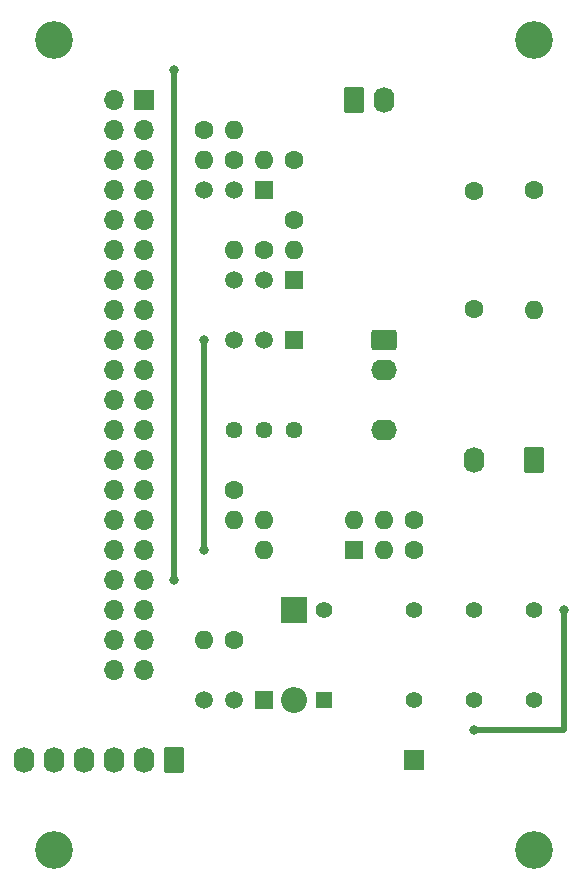
<source format=gbr>
%TF.GenerationSoftware,KiCad,Pcbnew,8.0.6*%
%TF.CreationDate,2025-01-17T11:28:56+01:00*%
%TF.ProjectId,TW39-mit-Powersave,54573339-2d6d-4697-942d-506f77657273,rev?*%
%TF.SameCoordinates,Original*%
%TF.FileFunction,Copper,L1,Top*%
%TF.FilePolarity,Positive*%
%FSLAX46Y46*%
G04 Gerber Fmt 4.6, Leading zero omitted, Abs format (unit mm)*
G04 Created by KiCad (PCBNEW 8.0.6) date 2025-01-17 11:28:56*
%MOMM*%
%LPD*%
G01*
G04 APERTURE LIST*
G04 Aperture macros list*
%AMRoundRect*
0 Rectangle with rounded corners*
0 $1 Rounding radius*
0 $2 $3 $4 $5 $6 $7 $8 $9 X,Y pos of 4 corners*
0 Add a 4 corners polygon primitive as box body*
4,1,4,$2,$3,$4,$5,$6,$7,$8,$9,$2,$3,0*
0 Add four circle primitives for the rounded corners*
1,1,$1+$1,$2,$3*
1,1,$1+$1,$4,$5*
1,1,$1+$1,$6,$7*
1,1,$1+$1,$8,$9*
0 Add four rect primitives between the rounded corners*
20,1,$1+$1,$2,$3,$4,$5,0*
20,1,$1+$1,$4,$5,$6,$7,0*
20,1,$1+$1,$6,$7,$8,$9,0*
20,1,$1+$1,$8,$9,$2,$3,0*%
G04 Aperture macros list end*
%TA.AperFunction,ComponentPad*%
%ADD10RoundRect,0.250000X0.620000X0.845000X-0.620000X0.845000X-0.620000X-0.845000X0.620000X-0.845000X0*%
%TD*%
%TA.AperFunction,ComponentPad*%
%ADD11O,0.100000X0.100000*%
%TD*%
%TA.AperFunction,ComponentPad*%
%ADD12O,1.740000X2.190000*%
%TD*%
%TA.AperFunction,ComponentPad*%
%ADD13R,2.200000X2.200000*%
%TD*%
%TA.AperFunction,ComponentPad*%
%ADD14O,2.200000X2.200000*%
%TD*%
%TA.AperFunction,ComponentPad*%
%ADD15R,1.500000X1.500000*%
%TD*%
%TA.AperFunction,ComponentPad*%
%ADD16C,1.500000*%
%TD*%
%TA.AperFunction,ComponentPad*%
%ADD17R,1.400000X1.400000*%
%TD*%
%TA.AperFunction,ComponentPad*%
%ADD18C,1.400000*%
%TD*%
%TA.AperFunction,ComponentPad*%
%ADD19R,1.700000X1.700000*%
%TD*%
%TA.AperFunction,ComponentPad*%
%ADD20C,1.600000*%
%TD*%
%TA.AperFunction,ComponentPad*%
%ADD21O,1.600000X1.600000*%
%TD*%
%TA.AperFunction,ComponentPad*%
%ADD22C,3.200000*%
%TD*%
%TA.AperFunction,ComponentPad*%
%ADD23O,1.700000X1.700000*%
%TD*%
%TA.AperFunction,ComponentPad*%
%ADD24RoundRect,0.250000X-0.845000X0.620000X-0.845000X-0.620000X0.845000X-0.620000X0.845000X0.620000X0*%
%TD*%
%TA.AperFunction,ComponentPad*%
%ADD25O,2.190000X1.740000*%
%TD*%
%TA.AperFunction,ComponentPad*%
%ADD26R,1.600000X1.600000*%
%TD*%
%TA.AperFunction,ComponentPad*%
%ADD27C,1.440000*%
%TD*%
%TA.AperFunction,ComponentPad*%
%ADD28RoundRect,0.250000X-0.620000X-0.845000X0.620000X-0.845000X0.620000X0.845000X-0.620000X0.845000X0*%
%TD*%
%TA.AperFunction,ViaPad*%
%ADD29C,0.800000*%
%TD*%
%TA.AperFunction,Conductor*%
%ADD30C,0.500000*%
%TD*%
G04 APERTURE END LIST*
D10*
%TO.P,J5,1,Pin_1*%
%TO.N,ADO-1*%
X149860000Y-96520000D03*
D11*
%TO.P,J5,2,Pin_2*%
%TO.N,unconnected-(J5-Pin_2-Pad2)*%
X147320000Y-96520000D03*
D12*
%TO.P,J5,3,Pin_3*%
%TO.N,ADO-4*%
X144780000Y-96520000D03*
%TD*%
D13*
%TO.P,D1,1,K*%
%TO.N,+5V*%
X129540000Y-109220000D03*
D14*
%TO.P,D1,2,A*%
%TO.N,Net-(D1-A)*%
X129540000Y-116840000D03*
%TD*%
D15*
%TO.P,Q4,1,C*%
%TO.N,Net-(Q3-C)*%
X129540000Y-86360000D03*
D16*
%TO.P,Q4,2,B*%
%TO.N,Net-(Q4-B)*%
X127000000Y-86360000D03*
%TO.P,Q4,3,E*%
%TO.N,GND*%
X124460000Y-86360000D03*
%TD*%
D17*
%TO.P,K1,1*%
%TO.N,Net-(D1-A)*%
X132080000Y-116840000D03*
D18*
%TO.P,K1,4*%
%TO.N,+80V*%
X139700000Y-116840000D03*
%TO.P,K1,6*%
%TO.N,ADO-1*%
X144780000Y-116840000D03*
%TO.P,K1,8*%
%TO.N,ADO-4*%
X149860000Y-116840000D03*
%TO.P,K1,9*%
%TO.N,ADO-1*%
X149860000Y-109220000D03*
%TO.P,K1,11*%
%TO.N,ADO-4*%
X144780000Y-109220000D03*
%TO.P,K1,13*%
%TO.N,LOOP1*%
X139700000Y-109220000D03*
%TO.P,K1,16*%
%TO.N,+5V*%
X132080000Y-109220000D03*
%TD*%
D19*
%TO.P,J3,1,Pin_1*%
%TO.N,+80V*%
X139700000Y-121920000D03*
%TD*%
D20*
%TO.P,R11,1*%
%TO.N,GND*%
X124460000Y-99060000D03*
D21*
%TO.P,R11,2*%
%TO.N,RXD*%
X124460000Y-101600000D03*
%TD*%
D20*
%TO.P,R3,1*%
%TO.N,Net-(Q2-B)*%
X124460000Y-111760000D03*
D21*
%TO.P,R3,2*%
%TO.N,RLY-L*%
X121920000Y-111760000D03*
%TD*%
D10*
%TO.P,J2,1,Pin_1*%
%TO.N,RLY-P*%
X119380000Y-121920000D03*
D12*
%TO.P,J2,2,Pin_2*%
%TO.N,GND*%
X116840000Y-121920000D03*
%TO.P,J2,3,Pin_3*%
%TO.N,BTN_PWR*%
X114300000Y-121920000D03*
%TO.P,J2,4,Pin_4*%
%TO.N,LED_A*%
X111760000Y-121920000D03*
%TO.P,J2,5,Pin_5*%
%TO.N,LED_WB*%
X109220000Y-121920000D03*
%TO.P,J2,6,Pin_6*%
%TO.N,LED_Z*%
X106680000Y-121920000D03*
%TD*%
D20*
%TO.P,R2,1*%
%TO.N,Net-(Q1-B)*%
X124460000Y-71120000D03*
D21*
%TO.P,R2,2*%
%TO.N,GND*%
X121920000Y-71120000D03*
%TD*%
D22*
%TO.P,REF\u002A\u002A,*%
%TO.N,*%
X109220000Y-60960000D03*
%TD*%
D19*
%TO.P,J1,1,3V3*%
%TO.N,unconnected-(J1-3V3-Pad1)*%
X116840000Y-66040000D03*
D23*
%TO.P,J1,2,5V*%
%TO.N,+5V*%
X114300000Y-66040000D03*
%TO.P,J1,3,SDA/GPIO2*%
%TO.N,TXD*%
X116840000Y-68580000D03*
%TO.P,J1,4,5V*%
%TO.N,+5V*%
X114300000Y-68580000D03*
%TO.P,J1,5,SCL/GPIO3*%
%TO.N,unconnected-(J1-SCL{slash}GPIO3-Pad5)*%
X116840000Y-71120000D03*
%TO.P,J1,6,GND*%
%TO.N,GND*%
X114300000Y-71120000D03*
%TO.P,J1,7,GCLK0/GPIO4*%
%TO.N,unconnected-(J1-GCLK0{slash}GPIO4-Pad7)*%
X116840000Y-73660000D03*
%TO.P,J1,8,GPIO14/TXD*%
%TO.N,unconnected-(J1-GPIO14{slash}TXD-Pad8)*%
X114300000Y-73660000D03*
%TO.P,J1,9,GND*%
%TO.N,GND*%
X116840000Y-76200000D03*
%TO.P,J1,10,GPIO15/RXD*%
%TO.N,unconnected-(J1-GPIO15{slash}RXD-Pad10)*%
X114300000Y-76200000D03*
%TO.P,J1,11,GPIO17*%
%TO.N,unconnected-(J1-GPIO17-Pad11)*%
X116840000Y-78740000D03*
%TO.P,J1,12,GPIO18/PWM0*%
%TO.N,unconnected-(J1-GPIO18{slash}PWM0-Pad12)*%
X114300000Y-78740000D03*
%TO.P,J1,13,GPIO27*%
%TO.N,unconnected-(J1-GPIO27-Pad13)*%
X116840000Y-81280000D03*
%TO.P,J1,14,GND*%
%TO.N,GND*%
X114300000Y-81280000D03*
%TO.P,J1,15,GPIO22*%
%TO.N,unconnected-(J1-GPIO22-Pad15)*%
X116840000Y-83820000D03*
%TO.P,J1,16,GPIO23*%
%TO.N,unconnected-(J1-GPIO23-Pad16)*%
X114300000Y-83820000D03*
%TO.P,J1,17,3V3*%
%TO.N,3\u002C3V*%
X116840000Y-86360000D03*
%TO.P,J1,18,GPIO24*%
%TO.N,unconnected-(J1-GPIO24-Pad18)*%
X114300000Y-86360000D03*
%TO.P,J1,19,MOSI0/GPIO10*%
%TO.N,unconnected-(J1-MOSI0{slash}GPIO10-Pad19)*%
X116840000Y-88900000D03*
%TO.P,J1,20,GND*%
%TO.N,GND*%
X114300000Y-88900000D03*
%TO.P,J1,21,MISO0/GPIO9*%
%TO.N,unconnected-(J1-MISO0{slash}GPIO9-Pad21)*%
X116840000Y-91440000D03*
%TO.P,J1,22,GPIO25*%
%TO.N,unconnected-(J1-GPIO25-Pad22)*%
X114300000Y-91440000D03*
%TO.P,J1,23,SCLK0/GPIO11*%
%TO.N,unconnected-(J1-SCLK0{slash}GPIO11-Pad23)*%
X116840000Y-93980000D03*
%TO.P,J1,24,~{CE0}/GPIO8*%
%TO.N,unconnected-(J1-~{CE0}{slash}GPIO8-Pad24)*%
X114300000Y-93980000D03*
%TO.P,J1,25,GND*%
%TO.N,GND*%
X116840000Y-96520000D03*
%TO.P,J1,26,~{CE1}/GPIO7*%
%TO.N,unconnected-(J1-~{CE1}{slash}GPIO7-Pad26)*%
X114300000Y-96520000D03*
%TO.P,J1,27,ID_SD/GPIO0*%
%TO.N,unconnected-(J1-ID_SD{slash}GPIO0-Pad27)*%
X116840000Y-99060000D03*
%TO.P,J1,28,ID_SC/GPIO1*%
%TO.N,unconnected-(J1-ID_SC{slash}GPIO1-Pad28)*%
X114300000Y-99060000D03*
%TO.P,J1,29,GCLK1/GPIO5*%
%TO.N,RXD*%
X116840000Y-101600000D03*
%TO.P,J1,30,GND*%
%TO.N,GND*%
X114300000Y-101600000D03*
%TO.P,J1,31,GCLK2/GPIO6*%
%TO.N,RXD*%
X116840000Y-104140000D03*
%TO.P,J1,32,PWM0/GPIO12*%
%TO.N,LED_Z*%
X114300000Y-104140000D03*
%TO.P,J1,33,PWM1/GPIO13*%
%TO.N,unconnected-(J1-PWM1{slash}GPIO13-Pad33)*%
X116840000Y-106680000D03*
%TO.P,J1,34,GND*%
%TO.N,unconnected-(J1-GND-Pad34)*%
X114300000Y-106680000D03*
%TO.P,J1,35,GPIO19/MISO1*%
%TO.N,RLY-L*%
X116840000Y-109220000D03*
%TO.P,J1,36,GPIO16*%
%TO.N,LED_WB*%
X114300000Y-109220000D03*
%TO.P,J1,37,GPIO26*%
%TO.N,RLY-P*%
X116840000Y-111760000D03*
%TO.P,J1,38,GPIO20/MOSI1*%
%TO.N,LED_A*%
X114300000Y-111760000D03*
%TO.P,J1,39,GND*%
%TO.N,GND*%
X116840000Y-114300000D03*
%TO.P,J1,40,GPIO21/SCLK1*%
%TO.N,BTN_PWR*%
X114300000Y-114300000D03*
%TD*%
D20*
%TO.P,R9,1*%
%TO.N,LOOP1*%
X139700000Y-101600000D03*
D21*
%TO.P,R9,2*%
%TO.N,LOOP2*%
X137160000Y-101600000D03*
%TD*%
D15*
%TO.P,Q3,1,C*%
%TO.N,Net-(Q3-C)*%
X129540000Y-81280000D03*
D16*
%TO.P,Q3,2,B*%
%TO.N,Net-(Q1-C)*%
X127000000Y-81280000D03*
%TO.P,Q3,3,E*%
%TO.N,GND*%
X124460000Y-81280000D03*
%TD*%
D20*
%TO.P,C1,1*%
%TO.N,Net-(C1-Pad1)*%
X144780000Y-73740000D03*
%TO.P,C1,2*%
%TO.N,ADO-4*%
X144780000Y-83740000D03*
%TD*%
%TO.P,R6,1*%
%TO.N,Net-(C1-Pad1)*%
X149860000Y-73660000D03*
D21*
%TO.P,R6,2*%
%TO.N,ADO-1*%
X149860000Y-83820000D03*
%TD*%
D22*
%TO.P,REF\u002A\u002A,*%
%TO.N,*%
X149860000Y-129540000D03*
%TD*%
D15*
%TO.P,Q1,1,C*%
%TO.N,Net-(Q1-C)*%
X127000000Y-73660000D03*
D16*
%TO.P,Q1,2,B*%
%TO.N,Net-(Q1-B)*%
X124460000Y-73660000D03*
%TO.P,Q1,3,E*%
%TO.N,GND*%
X121920000Y-73660000D03*
%TD*%
D20*
%TO.P,R5,1*%
%TO.N,Net-(Q1-C)*%
X127000000Y-78740000D03*
D21*
%TO.P,R5,2*%
%TO.N,GND*%
X124460000Y-78740000D03*
%TD*%
D20*
%TO.P,R8,1*%
%TO.N,LOOP1*%
X139700000Y-104140000D03*
D21*
%TO.P,R8,2*%
%TO.N,Net-(R8-Pad2)*%
X137160000Y-104140000D03*
%TD*%
D22*
%TO.P,REF\u002A\u002A,*%
%TO.N,*%
X109220000Y-129540000D03*
%TD*%
D24*
%TO.P,Q5,1,B*%
%TO.N,Net-(Q3-C)*%
X137160000Y-86360000D03*
D25*
%TO.P,Q5,2,C*%
%TO.N,LOOP2*%
X137160000Y-93980000D03*
%TO.P,Q5,3,E*%
%TO.N,Net-(Q4-B)*%
X137160000Y-88900000D03*
D11*
%TO.P,Q5,4,E*%
%TO.N,N/C*%
X137160000Y-91440000D03*
%TD*%
D20*
%TO.P,R7,1*%
%TO.N,+5V*%
X129540000Y-76200000D03*
D21*
%TO.P,R7,2*%
%TO.N,Net-(Q3-C)*%
X129540000Y-78740000D03*
%TD*%
D26*
%TO.P,U1,1*%
%TO.N,Net-(R8-Pad2)*%
X134620000Y-104140000D03*
D21*
%TO.P,U1,2*%
%TO.N,LOOP2*%
X134620000Y-101600000D03*
%TO.P,U1,3*%
%TO.N,RXD*%
X127000000Y-101600000D03*
%TO.P,U1,4*%
%TO.N,3\u002C3V*%
X127000000Y-104140000D03*
%TD*%
D20*
%TO.P,R4,1*%
%TO.N,+5V*%
X129540000Y-71120000D03*
D21*
%TO.P,R4,2*%
%TO.N,Net-(Q1-C)*%
X127000000Y-71120000D03*
%TD*%
D27*
%TO.P,RV1,1,1*%
%TO.N,Net-(Q4-B)*%
X129540000Y-93980000D03*
%TO.P,RV1,2,2*%
X127000000Y-93980000D03*
%TO.P,RV1,3,3*%
%TO.N,GND*%
X124460000Y-93980000D03*
%TD*%
D15*
%TO.P,Q2,1,C*%
%TO.N,Net-(D1-A)*%
X127000000Y-116840000D03*
D16*
%TO.P,Q2,2,B*%
%TO.N,Net-(Q2-B)*%
X124460000Y-116840000D03*
%TO.P,Q2,3,E*%
%TO.N,GND*%
X121920000Y-116840000D03*
%TD*%
D20*
%TO.P,R1,1*%
%TO.N,TXD*%
X121920000Y-68580000D03*
D21*
%TO.P,R1,2*%
%TO.N,Net-(Q1-B)*%
X124460000Y-68580000D03*
%TD*%
D28*
%TO.P,J4,1,Pin_1*%
%TO.N,+5V*%
X134620000Y-66040000D03*
D12*
%TO.P,J4,2,Pin_2*%
%TO.N,GND*%
X137160000Y-66040000D03*
%TD*%
D22*
%TO.P,REF\u002A\u002A,*%
%TO.N,*%
X149860000Y-60960000D03*
%TD*%
D29*
%TO.N,ADO-1*%
X144780000Y-119380000D03*
X152400000Y-109220000D03*
%TO.N,+5V*%
X119380000Y-106680000D03*
X119380000Y-63500000D03*
%TO.N,3\u002C3V*%
X121920000Y-86360000D03*
X121920000Y-104140000D03*
%TD*%
D30*
%TO.N,ADO-1*%
X152400000Y-109220000D02*
X152400000Y-119380000D01*
X152400000Y-119380000D02*
X144780000Y-119380000D01*
%TO.N,+5V*%
X119380000Y-63500000D02*
X119380000Y-106680000D01*
%TO.N,3\u002C3V*%
X121920000Y-104140000D02*
X121920000Y-86360000D01*
%TD*%
M02*

</source>
